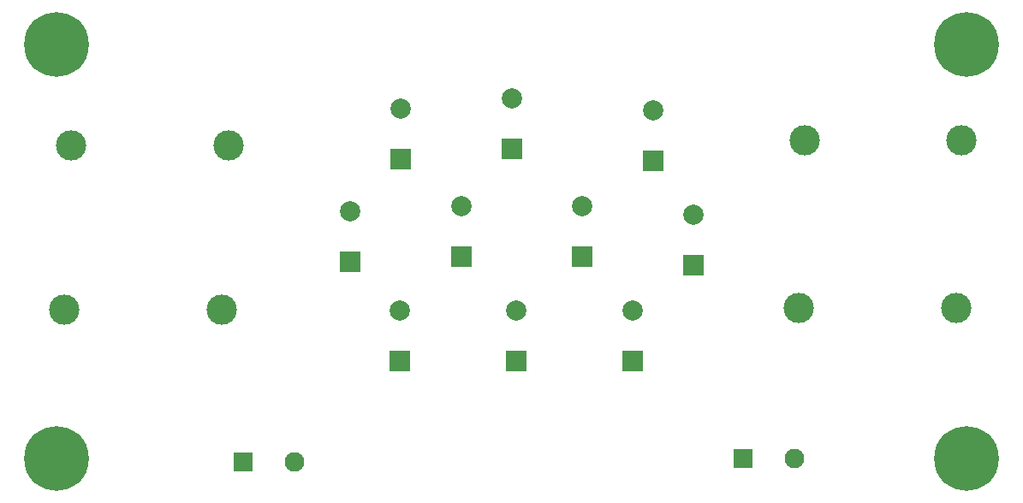
<source format=gts>
G04 #@! TF.GenerationSoftware,KiCad,Pcbnew,7.0.1*
G04 #@! TF.CreationDate,2023-07-21T17:07:26+02:00*
G04 #@! TF.ProjectId,K_PSU_filter,4b5f5053-555f-4666-996c-7465722e6b69,rev?*
G04 #@! TF.SameCoordinates,Original*
G04 #@! TF.FileFunction,Soldermask,Top*
G04 #@! TF.FilePolarity,Negative*
%FSLAX46Y46*%
G04 Gerber Fmt 4.6, Leading zero omitted, Abs format (unit mm)*
G04 Created by KiCad (PCBNEW 7.0.1) date 2023-07-21 17:07:26*
%MOMM*%
%LPD*%
G01*
G04 APERTURE LIST*
%ADD10R,2.000000X2.000000*%
%ADD11C,2.000000*%
%ADD12C,3.000000*%
%ADD13R,1.950000X1.950000*%
%ADD14C,1.950000*%
%ADD15C,6.400000*%
G04 APERTURE END LIST*
D10*
X154000000Y-50367677D03*
D11*
X154000000Y-45367677D03*
D10*
X154450000Y-71367677D03*
D11*
X154450000Y-66367677D03*
D12*
X109760478Y-66239522D03*
X125316827Y-66239522D03*
D10*
X168000000Y-51500000D03*
D11*
X168000000Y-46500000D03*
D13*
X176920000Y-81000000D03*
D14*
X182000000Y-81000000D03*
D12*
X182380239Y-66119761D03*
X197936588Y-66119761D03*
D15*
X109000000Y-40000000D03*
X199000000Y-81000000D03*
D10*
X142900000Y-71367677D03*
D11*
X142900000Y-66367677D03*
D10*
X172000000Y-61867677D03*
D11*
X172000000Y-56867677D03*
D10*
X138000000Y-61500000D03*
D11*
X138000000Y-56500000D03*
D10*
X143000000Y-51367677D03*
D11*
X143000000Y-46367677D03*
D10*
X149000000Y-61000000D03*
D11*
X149000000Y-56000000D03*
D12*
X126000000Y-50000000D03*
X110443651Y-50000000D03*
D10*
X166000000Y-71367677D03*
D11*
X166000000Y-66367677D03*
D13*
X127460000Y-81300000D03*
D14*
X132540000Y-81300000D03*
D15*
X109000000Y-81000000D03*
D10*
X161000000Y-61000000D03*
D11*
X161000000Y-56000000D03*
D12*
X198500000Y-49500000D03*
X182943651Y-49500000D03*
D15*
X199000000Y-40000000D03*
M02*

</source>
